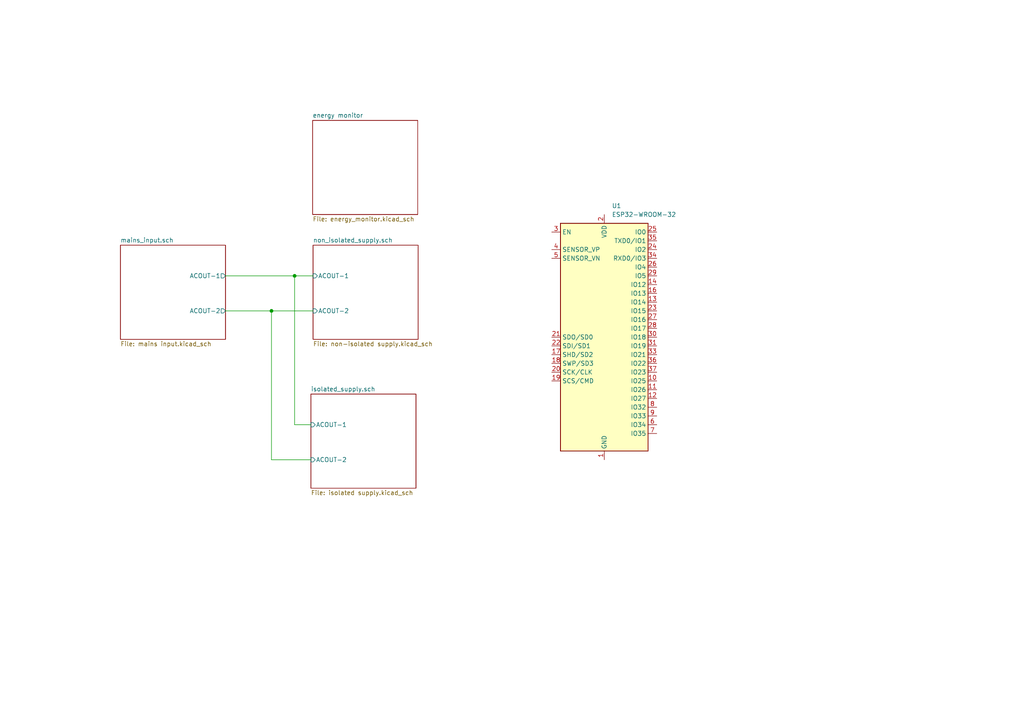
<source format=kicad_sch>
(kicad_sch (version 20231120) (generator "eeschema") (generator_version "8.0")
  (paper "A4")
  (title_block (title "Mains Input") (date "2024-12-29"))
  (lib_symbols
    (symbol "RF_Module:ESP32-WROOM-32"
      (property "Reference" "U" (at -12.7 34.29 0))
      (property "Value" "ESP32-WROOM-32" (at 1.27 34.29 0))
      (symbol "ESP32-WROOM-32_0_1"
        (rectangle (start -12.7 33.02) (end 12.7 -33.02) (stroke (width 0.254)) (fill (type background)))
      )
      (symbol "ESP32-WROOM-32_1_1"
        (pin power_in line (at 0 -35.56 90) (length 2.54) (name "GND") (number "1"))
        (pin bidirectional line (at 15.24 -12.7 180) (length 2.54) (name "IO25") (number "10"))
        (pin bidirectional line (at 15.24 -15.24 180) (length 2.54) (name "IO26") (number "11"))
        (pin bidirectional line (at 15.24 -17.78 180) (length 2.54) (name "IO27") (number "12"))
        (pin bidirectional line (at 15.24 10.16 180) (length 2.54) (name "IO14") (number "13"))
        (pin bidirectional line (at 15.24 15.24 180) (length 2.54) (name "IO12") (number "14"))
        (pin passive line (at 0 -35.56 90) (length 2.54) hide (name "GND") (number "15"))
        (pin bidirectional line (at 15.24 12.7 180) (length 2.54) (name "IO13") (number "16"))
        (pin bidirectional line (at -15.24 -5.08 0) (length 2.54) (name "SHD/SD2") (number "17"))
        (pin bidirectional line (at -15.24 -7.62 0) (length 2.54) (name "SWP/SD3") (number "18"))
        (pin bidirectional line (at -15.24 -12.7 0) (length 2.54) (name "SCS/CMD") (number "19"))
        (pin power_in line (at 0 35.56 270) (length 2.54) (name "VDD") (number "2"))
        (pin bidirectional line (at -15.24 -10.16 0) (length 2.54) (name "SCK/CLK") (number "20"))
        (pin bidirectional line (at -15.24 0 0) (length 2.54) (name "SDO/SD0") (number "21"))
        (pin bidirectional line (at -15.24 -2.54 0) (length 2.54) (name "SDI/SD1") (number "22"))
        (pin bidirectional line (at 15.24 7.62 180) (length 2.54) (name "IO15") (number "23"))
        (pin bidirectional line (at 15.24 25.4 180) (length 2.54) (name "IO2") (number "24"))
        (pin bidirectional line (at 15.24 30.48 180) (length 2.54) (name "IO0") (number "25"))
        (pin bidirectional line (at 15.24 20.32 180) (length 2.54) (name "IO4") (number "26"))
        (pin bidirectional line (at 15.24 5.08 180) (length 2.54) (name "IO16") (number "27"))
        (pin bidirectional line (at 15.24 2.54 180) (length 2.54) (name "IO17") (number "28"))
        (pin bidirectional line (at 15.24 17.78 180) (length 2.54) (name "IO5") (number "29"))
        (pin input line (at -15.24 30.48 0) (length 2.54) (name "EN") (number "3"))
        (pin bidirectional line (at 15.24 0 180) (length 2.54) (name "IO18") (number "30"))
        (pin bidirectional line (at 15.24 -2.54 180) (length 2.54) (name "IO19") (number "31"))
        (pin no_connect line (at -12.7 -27.94 0) (length 2.54) hide (name "NC") (number "32"))
        (pin bidirectional line (at 15.24 -5.08 180) (length 2.54) (name "IO21") (number "33"))
        (pin bidirectional line (at 15.24 22.86 180) (length 2.54) (name "RXD0/IO3") (number "34"))
        (pin bidirectional line (at 15.24 27.94 180) (length 2.54) (name "TXD0/IO1") (number "35"))
        (pin bidirectional line (at 15.24 -7.62 180) (length 2.54) (name "IO22") (number "36"))
        (pin bidirectional line (at 15.24 -10.16 180) (length 2.54) (name "IO23") (number "37"))
        (pin passive line (at 0 -35.56 90) (length 2.54) hide (name "GND") (number "38"))
        (pin passive line (at 0 -35.56 90) (length 2.54) hide (name "GND") (number "39"))
        (pin input line (at -15.24 25.4 0) (length 2.54) (name "SENSOR_VP") (number "4"))
        (pin input line (at -15.24 22.86 0) (length 2.54) (name "SENSOR_VN") (number "5"))
        (pin input line (at 15.24 -25.4 180) (length 2.54) (name "IO34") (number "6"))
        (pin input line (at 15.24 -27.94 180) (length 2.54) (name "IO35") (number "7"))
        (pin bidirectional line (at 15.24 -20.32 180) (length 2.54) (name "IO32") (number "8"))
        (pin bidirectional line (at 15.24 -22.86 180) (length 2.54) (name "IO33") (number "9"))
      )
    )
  )
  (junction (at 78.74 90.17))
  (junction (at 85.4483 80.01))
  (wire (pts (xy 90.17 123.19) (xy 85.4483 123.19)))
  (wire (pts (xy 85.4483 123.19) (xy 85.4483 80.01)))
  (wire (pts (xy 85.4483 80.01) (xy 90.805 80.01)))
  (wire (pts (xy 78.74 90.17) (xy 78.74 133.35)))
  (wire (pts (xy 65.405 90.17) (xy 78.74 90.17)))
  (wire (pts (xy 78.74 133.35) (xy 90.17 133.35)))
  (wire (pts (xy 65.405 80.01) (xy 85.4483 80.01)))
  (wire (pts (xy 78.74 90.17) (xy 90.805 90.17)))
  (symbol (lib_id "RF_Module:ESP32-WROOM-32") (at 175.26 97.79 0) (unit 1)
    (property "Reference" "U1" (at 177.4541 59.69 0) (effects (justify left)))
    (property "Value" "ESP32-WROOM-32" (at 177.4541 62.23 0) (effects (justify left)))
    (property "Footprint" "RF_Module:ESP32-WROOM-32" (effects (hide yes)))
    (property "Datasheet" "https://www.espressif.com/sites/default/files/documentation/esp32-wroom-32_datasheet_en.pdf" (effects (hide yes)))
    (property "Description" "RF Module, ESP32-D0WDQ6 SoC, Wi-Fi 802.11b/g/n, Bluetooth, BLE, 32-bit, 2.7-3.6V, onboard antenna, SMD" (effects (hide yes)))
  )
  (sheet (at 90.805 71.12) (size 30.48 27.305) (stroke (width 0.1524))
    (property "Sheetname" "non_isolated_supply.sch" (at 90.805 70.4084 0) (effects (justify left bottom)))
    (property "Sheetfile" "non-isolated supply.kicad_sch" (at 90.805 99.0096 0) (effects (justify left top)))
    (pin "ACOUT-2" input (at 90.805 90.17 180))
    (pin "ACOUT-1" input (at 90.805 80.01 180))
  )
  (sheet (at 90.6828 34.917) (size 30.48 27.305) (stroke (width 0.1524))
    (property "Sheetname" "energy monitor" (at 90.6828 34.2054 0) (effects (justify left bottom)))
    (property "Sheetfile" "energy_monitor.kicad_sch" (at 90.6828 62.8066 0) (effects (justify left top)))
  )
  (sheet (at 90.17 114.3) (size 30.48 27.305) (stroke (width 0.1524))
    (property "Sheetname" "isolated_supply.sch" (at 90.17 113.5884 0) (effects (justify left bottom)))
    (property "Sheetfile" "isolated supply.kicad_sch" (at 90.17 142.1896 0) (effects (justify left top)))
    (pin "ACOUT-2" input (at 90.17 133.35 180))
    (pin "ACOUT-1" input (at 90.17 123.19 180))
  )
  (sheet (at 34.925 71.12) (size 30.48 27.305) (stroke (width 0.1524))
    (property "Sheetname" "mains_input.sch" (at 34.925 70.4084 0) (effects (justify left bottom)))
    (property "Sheetfile" "mains input.kicad_sch" (at 34.925 99.0096 0) (effects (justify left top)))
    (pin "ACOUT-1" output (at 65.405 80.01 0))
    (pin "ACOUT-2" output (at 65.405 90.17 0))
  )
)
</source>
